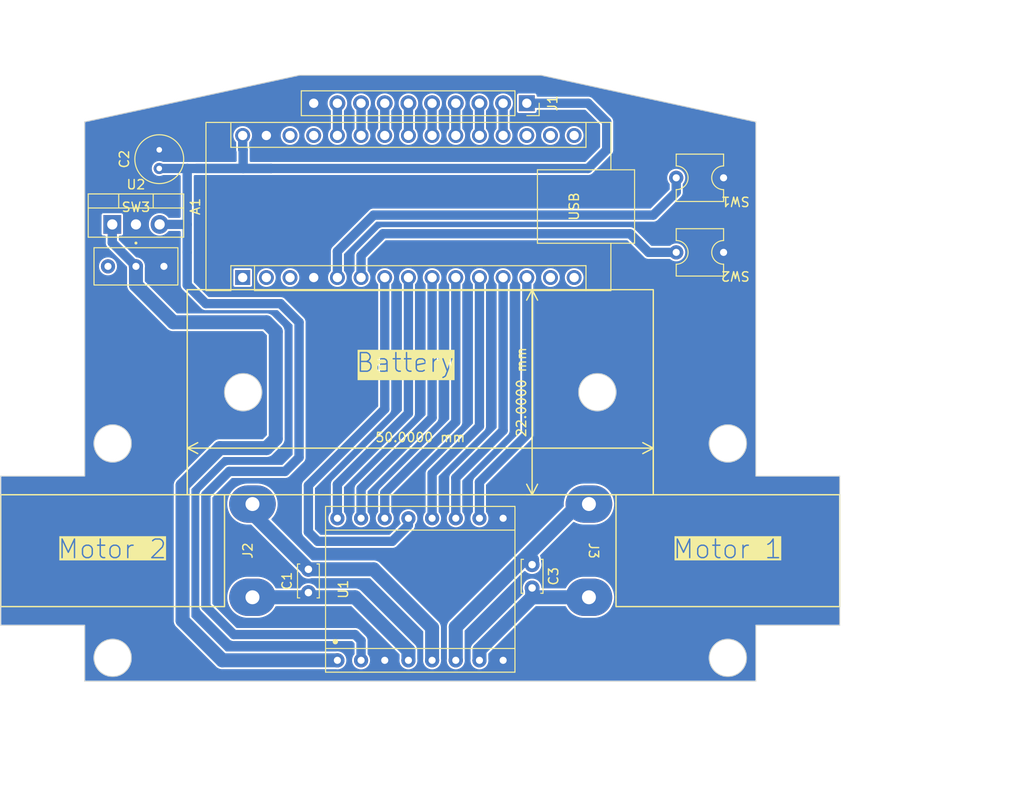
<source format=kicad_pcb>
(kicad_pcb (version 20221018) (generator pcbnew)
  (layers (0 "F.Cu" signal) (31 "B.Cu" signal) (34 "B.Paste" user) (35 "F.Paste" user) (36 "B.SilkS" user "B.Silkscreen") (37 "F.SilkS" user "F.Silkscreen") (38 "B.Mask" user) (39 "F.Mask" user) (44 "Edge.Cuts" user))
  (net 0 "")
  (net 4 "GND")
  (net 5 "/RUN")
  (net 6 "/CAL")
  (net 7 "/STBY")
  (net 8 "/PWM_1")
  (net 9 "/AIN2")
  (net 10 "/AIN1")
  (net 11 "/BIN1")
  (net 12 "/BIN2")
  (net 13 "/PWM_2")
  (net 19 "/IR1")
  (net 20 "/IR2")
  (net 21 "/IR3")
  (net 22 "/IR4")
  (net 23 "/IR5")
  (net 24 "/IR6")
  (net 25 "/IR7")
  (net 26 "/IR8")
  (net 29 "+5V")
  (net 30 "VS")
  (net 31 "/M1_A")
  (net 32 "/M1_B")
  (net 33 "/M2_A")
  (net 34 "/M2_B")
  (net 35 "/Vin")
  (footprint "Capacitor_THT:C_Disc_D3.4mm_W2.1mm_P2.50mm" (layer "F.Cu") (at 153 143.5 -90)
    (fp_text reference "C3" (at 1.25 -2.3 90) (layer "F.SilkS"))
    (fp_text value "C")
    (fp_line (start -0.57 -1.17) (end -0.57 -0.925) (stroke (width 0.12)) (layer "F.SilkS"))
    (fp_line (start -0.57 -1.17) (end 3.07 -1.17) (stroke (width 0.12)) (layer "F.SilkS"))
    (fp_line (start -0.57 0.925) (end -0.57 1.17) (stroke (width 0.12)) (layer "F.SilkS"))
    (fp_line (start -0.57 1.17) (end 3.07 1.17) (stroke (width 0.12)) (layer "F.SilkS"))
    (fp_line (start 3.07 -1.17) (end 3.07 -0.925) (stroke (width 0.12)) (layer "F.SilkS"))
    (fp_line (start 3.07 0.925) (end 3.07 1.17) (stroke (width 0.12)) (layer "F.SilkS"))
    (pad "1" thru_hole circle (at 0 0 270) (size 1.6 1.6) (drill 0.8) (layers "*.Cu" "*.Mask") (net 33 "/M2_A"))
    (pad "2" thru_hole circle (at 2.5 0 270) (size 1.6 1.6) (drill 0.8) (layers "*.Cu" "*.Mask") (net 34 "/M2_B"))
  )
  (footprint "sche:SPDT_Slidebutton" (layer "F.Cu") (at 110.5 111.5)
    (fp_text reference "SW3" (at 0 -6.35 unlocked) (layer "F.SilkS"))
    (fp_text value "SW_SPST")
    (fp_rect (start -4.5 -2) (end 4.5 2) (stroke (width 0.12)) (fill none) (layer "F.SilkS"))
    (fp_circle (center 0 -2.5) (end 0.1 -2.5) (stroke (width 0.12)) (fill solid) (layer "F.SilkS"))
    (pad "1" thru_hole circle (at 3 0) (size 1.524 1.524) (drill 0.762) (layers "*.Cu" "*.Mask") (net 4 "GND"))
    (pad "2" thru_hole circle (at 0 0) (size 1.524 1.524) (drill 0.762) (layers "*.Cu" "*.Mask") (net 35 "/Vin"))
    (pad "3" thru_hole circle (at -3 0) (size 1.524 1.524) (drill 0.762) (layers "*.Cu" "*.Mask") (net 30 "VS"))
  )
  (footprint "sche:SPST_Pushbutton" (layer "F.Cu") (at 171 110 180)
    (fp_text reference "SW2" (at -3.81 -2.54 180 unlocked) (layer "F.SilkS"))
    (fp_text value "Calibrate")
    (fp_line (start -2.54 -2.54) (end -2.54 -1.27) (stroke (width 0.12)) (layer "F.SilkS"))
    (fp_line (start -2.54 -2.54) (end 2.54 -2.54) (stroke (width 0.12)) (layer "F.SilkS"))
    (fp_line (start -2.54 2.54) (end -2.54 1.27) (stroke (width 0.12)) (layer "F.SilkS"))
    (fp_line (start -2.54 2.54) (end 2.54 2.54) (stroke (width 0.12)) (layer "F.SilkS"))
    (fp_line (start 2.54 -2.54) (end 2.54 -1.27) (stroke (width 0.12)) (layer "F.SilkS"))
    (fp_line (start 2.54 2.54) (end 2.54 1.27) (stroke (width 0.12)) (layer "F.SilkS"))
    (fp_arc (start -2.54 -1.27) (mid -1.27 0) (end -2.54 1.27) (stroke (width 0.12)) (layer "F.SilkS"))
    (fp_arc (start 2.54 1.27) (mid 1.27 0) (end 2.54 -1.27) (stroke (width 0.12)) (layer "F.SilkS"))
    (pad "1" thru_hole circle (at 2.54 0 180) (size 1.524 1.524) (drill 0.762) (layers "*.Cu" "*.Mask") (net 6 "/CAL"))
    (pad "2" thru_hole circle (at -2.54 0 180) (size 1.524 1.524) (drill 0.762) (layers "*.Cu" "*.Mask") (net 4 "GND"))
  )
  (footprint "Module:Arduino_Nano" (layer "F.Cu") (at 121.95 112.7 90)
    (fp_text reference "A1" (at 7.62 -5.08 90) (layer "F.SilkS"))
    (fp_text value "Arduino_Nano_v3.x")
    (fp_text user "USB" (at 7.62 35.56 90 unlocked) (layer "F.SilkS"))
    (fp_line (start -1.4 -3.94) (end -1.4 -1.27) (stroke (width 0.12)) (layer "F.SilkS"))
    (fp_line (start -1.4 1.27) (end -1.4 39.5) (stroke (width 0.12)) (layer "F.SilkS"))
    (fp_line (start -1.4 39.5) (end 3.68 39.5) (stroke (width 0.12)) (layer "F.SilkS"))
    (fp_line (start 1.27 -1.27) (end -1.4 -1.27) (stroke (width 0.12)) (layer "F.SilkS"))
    (fp_line (start 1.27 1.27) (end -1.4 1.27) (stroke (width 0.12)) (layer "F.SilkS"))
    (fp_line (start 1.27 1.27) (end 1.27 -1.27) (stroke (width 0.12)) (layer "F.SilkS"))
    (fp_line (start 1.27 1.27) (end 1.27 36.83) (stroke (width 0.12)) (layer "F.SilkS"))
    (fp_line (start 1.27 36.83) (end -1.4 36.83) (stroke (width 0.12)) (layer "F.SilkS"))
    (fp_line (start 3.68 31.62) (end 11.56 31.62) (stroke (width 0.12)) (layer "F.SilkS"))
    (fp_line (start 3.68 42.04) (end 3.68 31.62) (stroke (width 0.12)) (layer "F.SilkS"))
    (fp_line (start 11.56 31.62) (end 11.56 42.04) (stroke (width 0.12)) (layer "F.SilkS"))
    (fp_line (start 11.56 42.04) (end 3.68 42.04) (stroke (width 0.12)) (layer "F.SilkS"))
    (fp_line (start 13.97 -1.27) (end 13.97 36.83) (stroke (width 0.12)) (layer "F.SilkS"))
    (fp_line (start 13.97 -1.27) (end 16.64 -1.27) (stroke (width 0.12)) (layer "F.SilkS"))
    (fp_line (start 13.97 36.83) (end 16.64 36.83) (stroke (width 0.12)) (layer "F.SilkS"))
    (fp_line (start 16.64 -3.94) (end -1.4 -3.94) (stroke (width 0.12)) (layer "F.SilkS"))
    (fp_line (start 16.64 39.5) (end 11.56 39.5) (stroke (width 0.12)) (layer "F.SilkS"))
    (fp_line (start 16.64 39.5) (end 16.64 -3.94) (stroke (width 0.12)) (layer "F.SilkS"))
    (pad "1" thru_hole rect (at 0 0 90) (size 1.6 1.6) (drill 1) (layers "*.Cu" "*.Mask"))
    (pad "2" thru_hole oval (at 0 2.54 90) (size 1.6 1.6) (drill 1) (layers "*.Cu" "*.Mask"))
    (pad "3" thru_hole oval (at 0 5.08 90) (size 1.6 1.6) (drill 1) (layers "*.Cu" "*.Mask"))
    (pad "4" thru_hole oval (at 0 7.62 90) (size 1.6 1.6) (drill 1) (layers "*.Cu" "*.Mask") (net 4 "GND"))
    (pad "5" thru_hole oval (at 0 10.16 90) (size 1.6 1.6) (drill 1) (layers "*.Cu" "*.Mask") (net 5 "/RUN"))
    (pad "6" thru_hole oval (at 0 12.7 90) (size 1.6 1.6) (drill 1) (layers "*.Cu" "*.Mask") (net 6 "/CAL"))
    (pad "7" thru_hole oval (at 0 15.24 90) (size 1.6 1.6) (drill 1) (layers "*.Cu" "*.Mask") (net 7 "/STBY"))
    (pad "8" thru_hole oval (at 0 17.78 90) (size 1.6 1.6) (drill 1) (layers "*.Cu" "*.Mask") (net 8 "/PWM_1"))
    (pad "9" thru_hole oval (at 0 20.32 90) (size 1.6 1.6) (drill 1) (layers "*.Cu" "*.Mask") (net 10 "/AIN1"))
    (pad "10" thru_hole oval (at 0 22.86 90) (size 1.6 1.6) (drill 1) (layers "*.Cu" "*.Mask") (net 9 "/AIN2"))
    (pad "11" thru_hole oval (at 0 25.4 90) (size 1.6 1.6) (drill 1) (layers "*.Cu" "*.Mask") (net 11 "/BIN1"))
    (pad "12" thru_hole oval (at 0 27.94 90) (size 1.6 1.6) (drill 1) (layers "*.Cu" "*.Mask") (net 12 "/BIN2"))
    (pad "13" thru_hole oval (at 0 30.48 90) (size 1.6 1.6) (drill 1) (layers "*.Cu" "*.Mask") (net 13 "/PWM_2"))
    (pad "14" thru_hole oval (at 0 33.02 90) (size 1.6 1.6) (drill 1) (layers "*.Cu" "*.Mask"))
    (pad "15" thru_hole oval (at 0 35.56 90) (size 1.6 1.6) (drill 1) (layers "*.Cu" "*.Mask"))
    (pad "16" thru_hole oval (at 15.24 35.56 90) (size 1.6 1.6) (drill 1) (layers "*.Cu" "*.Mask"))
    (pad "17" thru_hole oval (at 15.24 33.02 90) (size 1.6 1.6) (drill 1) (layers "*.Cu" "*.Mask"))
    (pad "18" thru_hole oval (at 15.24 30.48 90) (size 1.6 1.6) (drill 1) (layers "*.Cu" "*.Mask"))
    (pad "19" thru_hole oval (at 15.24 27.94 90) (size 1.6 1.6) (drill 1) (layers "*.Cu" "*.Mask") (net 19 "/IR1"))
    (pad "20" thru_hole oval (at 15.24 25.4 90) (size 1.6 1.6) (drill 1) (layers "*.Cu" "*.Mask") (net 20 "/IR2"))
    (pad "21" thru_hole oval (at 15.24 22.86 90) (size 1.6 1.6) (drill 1) (layers "*.Cu" "*.Mask") (net 21 "/IR3"))
    (pad "22" thru_hole oval (at 15.24 20.32 90) (size 1.6 1.6) (drill 1) (layers "*.Cu" "*.Mask") (net 22 "/IR4"))
    (pad "23" thru_hole oval (at 15.24 17.78 90) (size 1.6 1.6) (drill 1) (layers "*.Cu" "*.Mask") (net 23 "/IR5"))
    (pad "24" thru_hole oval (at 15.24 15.24 90) (size 1.6 1.6) (drill 1) (layers "*.Cu" "*.Mask") (net 24 "/IR6"))
    (pad "25" thru_hole oval (at 15.24 12.7 90) (size 1.6 1.6) (drill 1) (layers "*.Cu" "*.Mask") (net 25 "/IR7"))
    (pad "26" thru_hole oval (at 15.24 10.16 90) (size 1.6 1.6) (drill 1) (layers "*.Cu" "*.Mask") (net 26 "/IR8"))
    (pad "27" thru_hole oval (at 15.24 7.62 90) (size 1.6 1.6) (drill 1) (layers "*.Cu" "*.Mask"))
    (pad "28" thru_hole oval (at 15.24 5.08 90) (size 1.6 1.6) (drill 1) (layers "*.Cu" "*.Mask"))
    (pad "29" thru_hole oval (at 15.24 2.54 90) (size 1.6 1.6) (drill 1) (layers "*.Cu" "*.Mask") (net 4 "GND"))
    (pad "30" thru_hole oval (at 15.24 0 90) (size 1.6 1.6) (drill 1) (layers "*.Cu" "*.Mask") (net 29 "+5V"))
  )
  (footprint "Connector_PinSocket_2.54mm:PinSocket_1x10_P2.54mm_Vertical" (layer "F.Cu") (at 152.43 94 -90)
    (fp_text reference "J1" (at 0 -2.77 90) (layer "F.SilkS"))
    (fp_text value "IR_conn")
    (fp_line (start -1.33 1.27) (end -1.33 24.19) (stroke (width 0.12)) (layer "F.SilkS"))
    (fp_line (start -1.33 1.27) (end 1.33 1.27) (stroke (width 0.12)) (layer "F.SilkS"))
    (fp_line (start -1.33 24.19) (end 1.33 24.19) (stroke (width 0.12)) (layer "F.SilkS"))
    (fp_line (start 0 -1.33) (end 1.33 -1.33) (stroke (width 0.12)) (layer "F.SilkS"))
    (fp_line (start 1.33 -1.33) (end 1.33 0) (stroke (width 0.12)) (layer "F.SilkS"))
    (fp_line (start 1.33 1.27) (end 1.33 24.19) (stroke (width 0.12)) (layer "F.SilkS"))
    (pad "1" thru_hole rect (at 0 0 270) (size 1.7 1.7) (drill 1) (layers "*.Cu" "*.Mask") (net 29 "+5V"))
    (pad "2" thru_hole oval (at 0 2.54 270) (size 1.7 1.7) (drill 1) (layers "*.Cu" "*.Mask") (net 19 "/IR1"))
    (pad "3" thru_hole oval (at 0 5.08 270) (size 1.7 1.7) (drill 1) (layers "*.Cu" "*.Mask") (net 20 "/IR2"))
    (pad "4" thru_hole oval (at 0 7.62 270) (size 1.7 1.7) (drill 1) (layers "*.Cu" "*.Mask") (net 21 "/IR3"))
    (pad "5" thru_hole oval (at 0 10.16 270) (size 1.7 1.7) (drill 1) (layers "*.Cu" "*.Mask") (net 22 "/IR4"))
    (pad "6" thru_hole oval (at 0 12.7 270) (size 1.7 1.7) (drill 1) (layers "*.Cu" "*.Mask") (net 23 "/IR5"))
    (pad "7" thru_hole oval (at 0 15.24 270) (size 1.7 1.7) (drill 1) (layers "*.Cu" "*.Mask") (net 24 "/IR6"))
    (pad "8" thru_hole oval (at 0 17.78 270) (size 1.7 1.7) (drill 1) (layers "*.Cu" "*.Mask") (net 25 "/IR7"))
    (pad "9" thru_hole oval (at 0 20.32 270) (size 1.7 1.7) (drill 1) (layers "*.Cu" "*.Mask") (net 26 "/IR8"))
    (pad "10" thru_hole oval (at 0 22.86 270) (size 1.7 1.7) (drill 1) (layers "*.Cu" "*.Mask") (net 4 "GND"))
  )
  (footprint "Capacitor_THT:C_Disc_D3.4mm_W2.1mm_P2.50mm" (layer "F.Cu") (at 129 146.5 90)
    (fp_text reference "C1" (at 1.25 -2.3 90) (layer "F.SilkS"))
    (fp_text value "C")
    (fp_line (start -0.57 -1.17) (end -0.57 -0.925) (stroke (width 0.12)) (layer "F.SilkS"))
    (fp_line (start -0.57 -1.17) (end 3.07 -1.17) (stroke (width 0.12)) (layer "F.SilkS"))
    (fp_line (start -0.57 0.925) (end -0.57 1.17) (stroke (width 0.12)) (layer "F.SilkS"))
    (fp_line (start -0.57 1.17) (end 3.07 1.17) (stroke (width 0.12)) (layer "F.SilkS"))
    (fp_line (start 3.07 -1.17) (end 3.07 -0.925) (stroke (width 0.12)) (layer "F.SilkS"))
    (fp_line (start 3.07 0.925) (end 3.07 1.17) (stroke (width 0.12)) (layer "F.SilkS"))
    (pad "1" thru_hole circle (at 0 0 90) (size 1.6 1.6) (drill 0.8) (layers "*.Cu" "*.Mask") (net 31 "/M1_A"))
    (pad "2" thru_hole circle (at 2.5 0 90) (size 1.6 1.6) (drill 0.8) (layers "*.Cu" "*.Mask") (net 32 "/M1_B"))
  )
  (footprint "sche:SPST_Pushbutton" (layer "F.Cu") (at 171 102 180)
    (fp_text reference "SW1" (at -3.81 -2.54 180 unlocked) (layer "F.SilkS"))
    (fp_text value "Run")
    (fp_line (start -2.54 -2.54) (end -2.54 -1.27) (stroke (width 0.12)) (layer "F.SilkS"))
    (fp_line (start -2.54 -2.54) (end 2.54 -2.54) (stroke (width 0.12)) (layer "F.SilkS"))
    (fp_line (start -2.54 2.54) (end -2.54 1.27) (stroke (width 0.12)) (layer "F.SilkS"))
    (fp_line (start -2.54 2.54) (end 2.54 2.54) (stroke (width 0.12)) (layer "F.SilkS"))
    (fp_line (start 2.54 -2.54) (end 2.54 -1.27) (stroke (width 0.12)) (layer "F.SilkS"))
    (fp_line (start 2.54 2.54) (end 2.54 1.27) (stroke (width 0.12)) (layer "F.SilkS"))
    (fp_arc (start -2.54 -1.27) (mid -1.27 0) (end -2.54 1.27) (stroke (width 0.12)) (layer "F.SilkS"))
    (fp_arc (start 2.54 1.27) (mid 1.27 0) (end 2.54 -1.27) (stroke (width 0.12)) (layer "F.SilkS"))
    (pad "1" thru_hole circle (at 2.54 0 180) (size 1.524 1.524) (drill 0.762) (layers "*.Cu" "*.Mask") (net 5 "/RUN"))
    (pad "2" thru_hole circle (at -2.54 0 180) (size 1.524 1.524) (drill 0.762) (layers "*.Cu" "*.Mask") (net 4 "GND"))
  )
  (footprint "Package_TO_SOT_THT:TO-220-3_Vertical" (layer "F.Cu") (at 107.96 107)
    (fp_text reference "U2" (at 2.54 -4.27) (layer "F.SilkS"))
    (fp_text value "LM7805_TO220")
    (fp_line (start -2.58 -3.27) (end -2.58 1.371) (stroke (width 0.12)) (layer "F.SilkS"))
    (fp_line (start -2.58 -3.27) (end 7.66 -3.27) (stroke (width 0.12)) (layer "F.SilkS"))
    (fp_line (start -2.58 -1.76) (end 7.66 -1.76) (stroke (width 0.12)) (layer "F.SilkS"))
    (fp_line (start -2.58 1.371) (end 7.66 1.371) (stroke (width 0.12)) (layer "F.SilkS"))
    (fp_line (start 0.69 -3.27) (end 0.69 -1.76) (stroke (width 0.12)) (layer "F.SilkS"))
    (fp_line (start 4.391 -3.27) (end 4.391 -1.76) (stroke (width 0.12)) (layer "F.SilkS"))
    (fp_line (start 7.66 -3.27) (end 7.66 1.371) (stroke (width 0.12)) (layer "F.SilkS"))
    (pad "1" thru_hole rect (at 0 0) (size 1.905 2) (drill 1.1) (layers "*.Cu" "*.Mask") (net 35 "/Vin"))
    (pad "2" thru_hole oval (at 2.54 0) (size 1.905 2) (drill 1.1) (layers "*.Cu" "*.Mask") (net 4 "GND"))
    (pad "3" thru_hole oval (at 5.08 0) (size 1.905 2) (drill 1.1) (layers "*.Cu" "*.Mask") (net 29 "+5V"))
  )
  (footprint "sche:MOTORmount" (layer "F.Cu") (at 123 142 90)
    (fp_text reference "J2" (at 0 -0.5 90 unlocked) (layer "F.SilkS"))
    (fp_text value "Motor1")
    (pad "1" thru_hole oval (at -5 0 180) (size 5 4) (drill 1.5) (layers "*.Cu" "*.Mask") (net 31 "/M1_A"))
    (pad "2" thru_hole oval (at 5 0 180) (size 5 4) (drill 1.5) (layers "*.Cu" "*.Mask") (net 32 "/M1_B"))
  )
  (footprint "Capacitor_THT:C_Radial_D5.0mm_H7.0mm_P2.00mm" (layer "F.Cu") (at 113 101 90)
    (fp_text reference "C2" (at 1 -3.75 90) (layer "F.SilkS"))
    (fp_text value "C_Polarized")
    (fp_circle (center 1 0) (end 3.62 0) (stroke (width 0.12)) (fill none) (layer "F.SilkS"))
    (pad "1" thru_hole circle (at 0 0 90) (size 1.2 1.2) (drill 0.6) (layers "*.Cu" "*.Mask") (net 29 "+5V"))
    (pad "2" thru_hole circle (at 2 0 90) (size 1.2 1.2) (drill 0.6) (layers "*.Cu" "*.Mask") (net 4 "GND"))
  )
  (footprint "sche:MOTORmount" (layer "F.Cu") (at 159.095 142 -90)
    (fp_text reference "J3" (at 0 -0.5 -90 unlocked) (layer "F.SilkS"))
    (fp_text value "Motor2")
    (pad "1" thru_hole oval (at -5 0) (size 5 4) (drill 1.5) (layers "*.Cu" "*.Mask") (net 33 "/M2_A"))
    (pad "2" thru_hole oval (at 5 0) (size 5 4) (drill 1.5) (layers "*.Cu" "*.Mask") (net 34 "/M2_B"))
  )
  (footprint "sche:TB1266FNG_Module" (layer "F.Cu") (at 149.89 153.765 90)
    (fp_text reference "U1" (at 7.62 -17.145 90 unlocked) (layer "F.SilkS"))
    (fp_text value "TB6612FNG_Module")
    (fp_line (start -1.27 -19.05) (end 1.27 -19.05) (stroke (width 0.12)) (layer "F.SilkS"))
    (fp_line (start -1.27 1.27) (end -1.27 -19.05) (stroke (width 0.12)) (layer "F.SilkS"))
    (fp_line (start 1.27 -19.05) (end 1.27 1.27) (stroke (width 0.12)) (layer "F.SilkS"))
    (fp_line (start 1.27 -19.05) (end 13.97 -19.05) (stroke (width 0.12)) (layer "F.SilkS"))
    (fp_line (start 1.27 1.27) (end -1.27 1.27) (stroke (width 0.12)) (layer "F.SilkS"))
    (fp_line (start 13.97 -19.05) (end 16.51 -19.05) (stroke (width 0.12)) (layer "F.SilkS"))
    (fp_line (start 13.97 1.27) (end 1.27 1.27) (stroke (width 0.12)) (layer "F.SilkS"))
    (fp_line (start 13.97 1.27) (end 13.97 -19.05) (stroke (width 0.12)) (layer "F.SilkS"))
    (fp_line (start 16.51 -19.05) (end 16.51 1.27) (stroke (width 0.12)) (layer "F.SilkS"))
    (fp_line (start 16.51 1.27) (end 13.97 1.27) (stroke (width 0.12)) (layer "F.SilkS"))
    (fp_circle (center 2 -18) (end 2.223607 -18) (stroke (width 0.12)) (fill solid) (layer "F.SilkS"))
    (pad "1" thru_hole circle (at 0 -17.78 270) (size 1.524 1.524) (drill 0.762) (layers "*.Cu" "*.Mask") (net 35 "/Vin"))
    (pad "2" thru_hole circle (at 0 -15.24 270) (size 1.524 1.524) (drill 0.762) (layers "*.Cu" "*.Mask") (net 29 "+5V"))
    (pad "3" thru_hole oval (at 0 -12.7 270) (size 2 1.524) (drill 0.762) (layers "*.Cu" "*.Mask") (net 4 "GND"))
    (pad "4" thru_hole circle (at 0 -10.16 270) (size 1.524 1.524) (drill 0.762) (layers "*.Cu" "*.Mask") (net 31 "/M1_A"))
    (pad "5" thru_hole circle (at 0 -7.62 270) (size 1.524 1.524) (drill 0.762) (layers "*.Cu" "*.Mask") (net 32 "/M1_B"))
    (pad "6" thru_hole circle (at 0 -5.08 270) (size 1.524 1.524) (drill 0.762) (layers "*.Cu" "*.Mask") (net 33 "/M2_A"))
    (pad "7" thru_hole circle (at 0 -2.54 270) (size 1.524 1.524) (drill 0.762) (layers "*.Cu" "*.Mask") (net 34 "/M2_B"))
    (pad "8" thru_hole oval (at 0 0 270) (size 2 1.524) (drill 0.762) (layers "*.Cu" "*.Mask") (net 4 "GND"))
    (pad "9" thru_hole circle (at 15.24 -17.78 270) (size 1.524 1.524) (drill 0.762) (layers "*.Cu" "*.Mask") (net 8 "/PWM_1"))
    (pad "10" thru_hole circle (at 15.24 -15.24 270) (size 1.524 1.524) (drill 0.762) (layers "*.Cu" "*.Mask") (net 10 "/AIN1"))
    (pad "11" thru_hole circle (at 15.24 -12.7 270) (size 1.524 1.524) (drill 0.762) (layers "*.Cu" "*.Mask") (net 9 "/AIN2"))
    (pad "12" thru_hole circle (at 15.24 -10.16 270) (size 1.524 1.524) (drill 0.762) (layers "*.Cu" "*.Mask") (net 7 "/STBY"))
    (pad "13" thru_hole circle (at 15.24 -7.62 270) (size 1.524 1.524) (drill 0.762) (layers "*.Cu" "*.Mask") (net 11 "/BIN1"))
    (pad "14" thru_hole circle (at 15.24 -5.08 270) (size 1.524 1.524) (drill 0.762) (layers "*.Cu" "*.Mask") (net 12 "/BIN2"))
    (pad "15" thru_hole circle (at 15.24 -2.54 270) (size 1.524 1.524) (drill 0.762) (layers "*.Cu" "*.Mask") (net 13 "/PWM_2"))
    (pad "16" thru_hole oval (at 15.24 0 270) (size 2 1.524) (drill 0.762) (layers "*.Cu" "*.Mask") (net 4 "GND"))
  )
  (gr_rect (start 96 136) (end 120 148) (stroke (width 0.15)) (fill none) (layer "F.SilkS"))
  (gr_rect (start 116 114) (end 166 136) (stroke (width 0.15)) (fill none) (layer "F.SilkS"))
  (gr_rect (start 162 136) (end 186 148) (stroke (width 0.15)) (fill none) (layer "F.SilkS"))
  (gr_line (start 105 156) (end 177 156) (stroke (width 0.1)) (layer "Edge.Cuts"))
  (gr_line (start 105 96) (end 105 134) (stroke (width 0.1)) (layer "Edge.Cuts"))
  (gr_circle (center 108 153.5) (end 110 153.5) (stroke (width 0.1)) (fill none) (layer "Edge.Cuts"))
  (gr_line (start 105 134) (end 96 134) (stroke (width 0.1)) (layer "Edge.Cuts"))
  (gr_line (start 186 150) (end 186 134) (stroke (width 0.1)) (layer "Edge.Cuts"))
  (gr_line (start 105 150) (end 105 156) (stroke (width 0.1)) (layer "Edge.Cuts"))
  (gr_line (start 96 150) (end 96 150) (stroke (width 0.1)) (layer "Edge.Cuts"))
  (gr_line (start 96 134) (end 96 150) (stroke (width 0.1)) (layer "Edge.Cuts"))
  (gr_line (start 96 150) (end 105 150) (stroke (width 0.1)) (layer "Edge.Cuts"))
  (gr_line (start 186 134) (end 177 134) (stroke (width 0.1)) (layer "Edge.Cuts"))
  (gr_line (start 186 150) (end 177 150) (stroke (width 0.1)) (layer "Edge.Cuts"))
  (gr_line (start 177 134) (end 177 96) (stroke (width 0.1)) (layer "Edge.Cuts"))
  (gr_circle (center 174 153.5) (end 176 153.5) (stroke (width 0.1)) (fill none) (layer "Edge.Cuts"))
  (gr_line (start 177 150) (end 177 156) (stroke (width 0.1)) (layer "Edge.Cuts"))
  (gr_circle (center 122 125) (end 124 125) (stroke (width 0.1)) (fill none) (layer "Edge.Cuts"))
  (gr_line (start 177 96) (end 154 91) (stroke (width 0.1)) (layer "Edge.Cuts"))
  (gr_circle (center 160 125) (end 162 125) (stroke (width 0.1)) (fill none) (layer "Edge.Cuts"))
  (gr_line (start 154 91) (end 128 91) (stroke (width 0.1)) (layer "Edge.Cuts"))
  (gr_circle (center 174 130.5) (end 176 130.5) (stroke (width 0.1)) (fill none) (layer "Edge.Cuts"))
  (gr_line (start 128 91) (end 105 96) (stroke (width 0.1)) (layer "Edge.Cuts"))
  (gr_circle (center 108 130.5) (end 110 130.5) (stroke (width 0.1)) (fill none) (layer "Edge.Cuts"))
  (gr_text "Battery" (at 134 123) (layer "F.SilkS" knockout) (effects (font (size 2 2)) (justify left bottom)))
  (gr_text "Motor 2" (at 102 143) (layer "F.SilkS" knockout) (effects (font (size 2 2)) (justify left bottom)))
  (gr_text "Motor 1" (at 168 143) (layer "F.SilkS" knockout) (effects (font (size 2 2)) (justify left bottom)))
  (dimension (type aligned) (layer "F.SilkS") (pts (xy 166 136) (xy 116 136)) (height 5) (gr_text "50.0000 mm" (at 141 129.85) (layer "F.SilkS") (effects (font (size 1 1) (thickness 0.15)))) (format (prefix "") (suffix "") (units 3) (units_format 1) (precision 4)) (style (thickness 0.15) (arrow_length 1.27) (text_position_mode 0) (extension_height 0.58642) (extension_offset 0.5) keep_text_aligned))
  (dimension (type aligned) (layer "F.SilkS") (pts (xy 157 114) (xy 157 136)) (height 4) (gr_text "22.0000 mm" (at 151.85 125 90) (layer "F.SilkS") (effects (font (size 1 1) (thickness 0.15)))) (format (prefix "") (suffix "") (units 3) (units_format 1) (precision 4)) (style (thickness 0.15) (arrow_length 1.27) (text_position_mode 0) (extension_height 0.58642) (extension_offset 0.5) keep_text_aligned))
  (segment (start 168.46 103.54) (end 168.46 102) (width 1) (layer "B.Cu") (net 5))
  (segment (start 136 106) (end 166 106) (width 1) (layer "B.Cu") (net 5))
  (segment (start 132.11 109.89) (end 136 106) (width 1) (layer "B.Cu") (net 5))
  (segment (start 166 106) (end 168.46 103.54) (width 1) (layer "B.Cu") (net 5))
  (segment (start 132.11 112.7) (end 132.11 109.89) (width 1) (layer "B.Cu") (net 5))
  (segment (start 134.65 110.35) (end 137 108) (width 1) (layer "B.Cu") (net 6))
  (segment (start 163.5 108) (end 165.5 110) (width 1) (layer "B.Cu") (net 6))
  (segment (start 165.5 110) (end 168.46 110) (width 1) (layer "B.Cu") (net 6))
  (segment (start 137 108) (end 163.5 108) (width 1) (layer "B.Cu") (net 6))
  (segment (start 134.65 112.7) (end 134.65 110.35) (width 1) (layer "B.Cu") (net 6))
  (segment (start 137.19 126.81) (end 129 135) (width 1) (layer "B.Cu") (net 7))
  (segment (start 130 141) (end 138 141) (width 1) (layer "B.Cu") (net 7))
  (segment (start 129 140) (end 130 141) (width 1) (layer "B.Cu") (net 7))
  (segment (start 137.19 112.7) (end 137.19 126.81) (width 1) (layer "B.Cu") (net 7))
  (segment (start 138 141) (end 139.73 139.27) (width 1) (layer "B.Cu") (net 7))
  (segment (start 139.73 139.27) (end 139.73 138.525) (width 1) (layer "B.Cu") (net 7))
  (segment (start 129 135) (end 129 140) (width 1) (layer "B.Cu") (net 7))
  (segment (start 139.73 112.7) (end 139.73 127.27) (width 1) (layer "B.Cu") (net 8))
  (segment (start 139.73 127.27) (end 132.11 134.89) (width 1) (layer "B.Cu") (net 8))
  (segment (start 132.11 134.89) (end 132.11 138.525) (width 1) (layer "B.Cu") (net 8))
  (segment (start 144.81 128.19) (end 137.19 135.81) (width 1) (layer "B.Cu") (net 9))
  (segment (start 137.19 135.81) (end 137.19 138.525) (width 1) (layer "B.Cu") (net 9))
  (segment (start 144.81 112.7) (end 144.81 128.19) (width 1) (layer "B.Cu") (net 9))
  (segment (start 134.65 138.525) (end 134.65 135.35) (width 1) (layer "B.Cu") (net 10))
  (segment (start 134.65 135.35) (end 142.27 127.73) (width 1) (layer "B.Cu") (net 10))
  (segment (start 142.27 127.73) (end 142.27 112.7) (width 1) (layer "B.Cu") (net 10))
  (segment (start 142.27 138.525) (end 142.27 133.73) (width 1) (layer "B.Cu") (net 11))
  (segment (start 147.35 128.65) (end 147.35 112.7) (width 1) (layer "B.Cu") (net 11))
  (segment (start 142.27 133.73) (end 147.35 128.65) (width 1) (layer "B.Cu") (net 11))
  (segment (start 149.89 129.11) (end 144.81 134.19) (width 1) (layer "B.Cu") (net 12))
  (segment (start 149.89 112.7) (end 149.89 129.11) (width 1) (layer "B.Cu") (net 12))
  (segment (start 144.81 134.19) (end 144.81 138.525) (width 1) (layer "B.Cu") (net 12))
  (segment (start 147.35 134.65) (end 152.43 129.57) (width 1) (layer "B.Cu") (net 13))
  (segment (start 152.43 129.57) (end 152.43 112.7) (width 1) (layer "B.Cu") (net 13))
  (segment (start 147.35 138.525) (end 147.35 134.65) (width 1) (layer "B.Cu") (net 13))
  (segment (start 149.89 97.46) (end 149.89 94) (width 1) (layer "B.Cu") (net 19))
  (segment (start 147.35 94) (end 147.35 97.46) (width 1) (layer "B.Cu") (net 20))
  (segment (start 144.81 94) (end 144.81 97.46) (width 1) (layer "B.Cu") (net 21))
  (segment (start 142.27 94) (end 142.27 97.46) (width 1) (layer "B.Cu") (net 22))
  (segment (start 139.73 94) (end 139.73 97.46) (width 1) (layer "B.Cu") (net 23))
  (segment (start 137.19 94) (end 137.19 97.46) (width 1) (layer "B.Cu") (net 24))
  (segment (start 134.65 97.46) (end 134.65 94) (width 1) (layer "B.Cu") (net 25))
  (segment (start 132.11 94) (end 132.11 97.46) (width 1) (layer "B.Cu") (net 26))
  (segment (start 118 148) (end 121 151) (width 1) (layer "B.Cu") (net 29))
  (segment (start 126.5 133.5) (end 120.5 133.5) (width 1) (layer "B.Cu") (net 29))
  (segment (start 134 151) (end 134.65 151.65) (width 1) (layer "B.Cu") (net 29))
  (segment (start 121.95 97.46) (end 121.95 98.95) (width 1) (layer "B.Cu") (net 29))
  (segment (start 113.04 107) (end 116 107) (width 1) (layer "B.Cu") (net 29))
  (segment (start 122 101) (end 125 101) (width 1) (layer "B.Cu") (net 29))
  (segment (start 122 99) (end 122 101) (width 1) (layer "B.Cu") (net 29))
  (segment (start 134.65 151.65) (end 134.65 153.765) (width 1) (layer "B.Cu") (net 29))
  (segment (start 117 101) (end 122 101) (width 1) (layer "B.Cu") (net 29))
  (segment (start 128 117.5) (end 128 132) (width 1) (layer "B.Cu") (net 29))
  (segment (start 116 110) (end 116 113.5) (width 1) (layer "B.Cu") (net 29))
  (segment (start 128 132) (end 126.5 133.5) (width 1) (layer "B.Cu") (net 29))
  (segment (start 118 115.5) (end 126 115.5) (width 1) (layer "B.Cu") (net 29))
  (segment (start 121 151) (end 134 151) (width 1) (layer "B.Cu") (net 29))
  (segment (start 159 94) (end 152.43 94) (width 1) (layer "B.Cu") (net 29))
  (segment (start 126 115.5) (end 128 117.5) (width 1) (layer "B.Cu") (net 29))
  (segment (start 121.95 98.95) (end 122 99) (width 1) (layer "B.Cu") (net 29))
  (segment (start 116 101) (end 125 101) (width 1) (layer "B.Cu") (net 29))
  (segment (start 113 101) (end 116 101) (width 1) (layer "B.Cu") (net 29))
  (segment (start 120.5 133.5) (end 118 136) (width 1) (layer "B.Cu") (net 29))
  (segment (start 116 110) (end 116 107) (width 1) (layer "B.Cu") (net 29))
  (segment (start 125 101) (end 159 101) (width 1) (layer "B.Cu") (net 29))
  (segment (start 159 101) (end 161 99) (width 1) (layer "B.Cu") (net 29))
  (segment (start 116 113.5) (end 118 115.5) (width 1) (layer "B.Cu") (net 29))
  (segment (start 116 107) (end 116 101) (width 1) (layer "B.Cu") (net 29))
  (segment (start 161 96) (end 159 94) (width 1) (layer "B.Cu") (net 29))
  (segment (start 118 136) (end 118 148) (width 1) (layer "B.Cu") (net 29))
  (segment (start 161 99) (end 161 96) (width 1) (layer "B.Cu") (net 29))
  (segment (start 139.73 152.73) (end 134 147) (width 1.5) (layer "B.Cu") (net 31))
  (segment (start 139.73 153.765) (end 139.73 152.73) (width 1.5) (layer "B.Cu") (net 31))
  (segment (start 134 147) (end 123 147) (width 1.5) (layer "B.Cu") (net 31))
  (segment (start 142.27 150.27) (end 142.27 153.765) (width 1.5) (layer "B.Cu") (net 32))
  (segment (start 123 138) (end 123 137) (width 1.5) (layer "B.Cu") (net 32))
  (segment (start 129 144) (end 123 138) (width 1.5) (layer "B.Cu") (net 32))
  (segment (start 136 144) (end 142.27 150.27) (width 1.5) (layer "B.Cu") (net 32))
  (segment (start 136 144) (end 129 144) (width 1.5) (layer "B.Cu") (net 32))
  (segment (start 153 143.5) (end 153 143) (width 1.5) (layer "B.Cu") (net 33))
  (segment (start 152.5 142.5) (end 158 137) (width 1.5) (layer "B.Cu") (net 33))
  (segment (start 158 137) (end 159.095 137) (width 1.5) (layer "B.Cu") (net 33))
  (segment (start 153 143) (end 152.5 142.5) (width 1.5) (layer "B.Cu") (net 33))
  (segment (start 144.81 150.19) (end 152.5 142.5) (width 1.5) (layer "B.Cu") (net 33))
  (segment (start 144.81 153.765) (end 144.81 150.19) (width 1.5) (layer "B.Cu") (net 33))
  (segment (start 153 146) (end 153 147) (width 1.5) (layer "B.Cu") (net 34))
  (segment (start 147.35 153.765) (end 147.35 152.65) (width 1.5) (layer "B.Cu") (net 34))
  (segment (start 153 147) (end 159.095 147) (width 1.5) (layer "B.Cu") (net 34))
  (segment (start 147.35 152.65) (end 153 147) (width 1.5) (layer "B.Cu") (net 34))
  (segment (start 115.5 149.5) (end 119.765 153.765) (width 1.5) (layer "B.Cu") (net 35))
  (segment (start 124.5 117.5) (end 125.5 118.5) (width 1.5) (layer "B.Cu") (net 35))
  (segment (start 107.96 108.96) (end 107.96 107) (width 1) (layer "B.Cu") (net 35))
  (segment (start 110.5 113.5) (end 114.5 117.5) (width 1.5) (layer "B.Cu") (net 35))
  (segment (start 119.765 153.765) (end 132.11 153.765) (width 1.5) (layer "B.Cu") (net 35))
  (segment (start 110.5 113.5) (end 110.5 111.5) (width 1.5) (layer "B.Cu") (net 35))
  (segment (start 125.5 118.5) (end 125.5 130) (width 1.5) (layer "B.Cu") (net 35))
  (segment (start 115.5 135) (end 115.5 149.5) (width 1.5) (layer "B.Cu") (net 35))
  (segment (start 125.5 130) (end 124.5 131) (width 1.5) (layer "B.Cu") (net 35))
  (segment (start 114.5 117.5) (end 124.5 117.5) (width 1.5) (layer "B.Cu") (net 35))
  (segment (start 124.5 131) (end 119.5 131) (width 1.5) (layer "B.Cu") (net 35))
  (segment (start 119.5 131) (end 115.5 135) (width 1.5) (layer "B.Cu") (net 35))
  (segment (start 110.5 111.5) (end 107.96 108.96) (width 1) (layer "B.Cu") (net 35))
  (zone (net 4) (net_name "GND") (layer "B.Cu") (connect_pads yes (clearance 0.2)) (min_thickness 0.25) (fill yes (thermal_gap 0.5) (thermal_bridge_width 0.5))
    (polygon (pts (xy 96 91) (xy 186 91) (xy 186 156) (xy 96 156)))
  )
)
</source>
